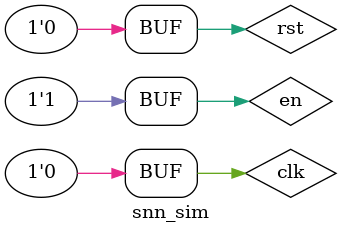
<source format=sv>
`timescale 1ns / 1ns

module snn_sim();

    logic clk, rst, en;
    always begin clk <= 1'b1; #5; clk <= 1'b0; #5; end
    initial begin rst = 1'b1; #18; rst = 1'b0; end
    assign en = 1'b1;
    
    logic [99:0] spike_out;
    snn dut(clk, rst, en, spike_out);
    
endmodule

</source>
